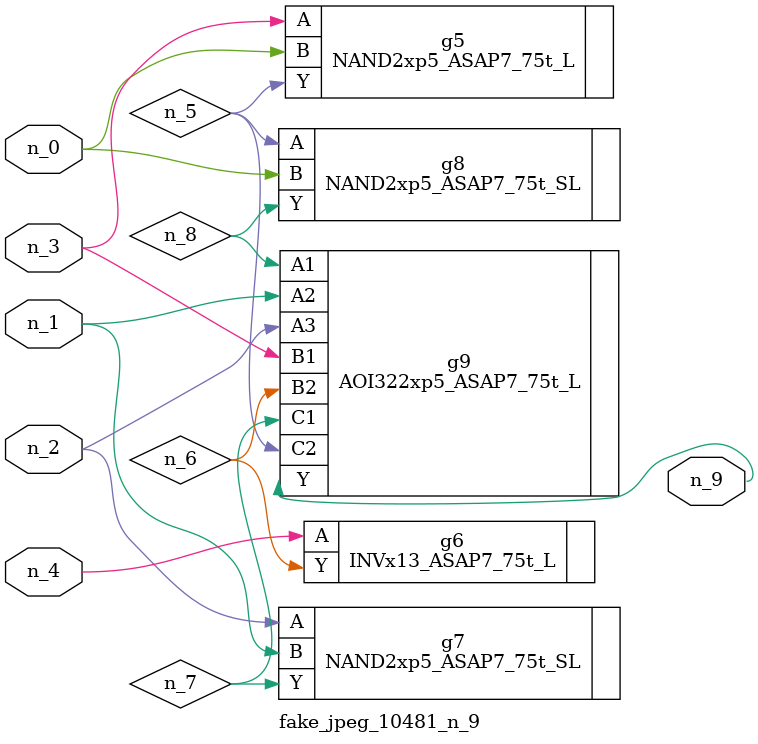
<source format=v>
module fake_jpeg_10481_n_9 (n_3, n_2, n_1, n_0, n_4, n_9);

input n_3;
input n_2;
input n_1;
input n_0;
input n_4;

output n_9;

wire n_8;
wire n_6;
wire n_5;
wire n_7;

NAND2xp5_ASAP7_75t_L g5 ( 
.A(n_3),
.B(n_0),
.Y(n_5)
);

INVx13_ASAP7_75t_L g6 ( 
.A(n_4),
.Y(n_6)
);

NAND2xp5_ASAP7_75t_SL g7 ( 
.A(n_2),
.B(n_1),
.Y(n_7)
);

NAND2xp5_ASAP7_75t_SL g8 ( 
.A(n_5),
.B(n_0),
.Y(n_8)
);

AOI322xp5_ASAP7_75t_L g9 ( 
.A1(n_8),
.A2(n_1),
.A3(n_2),
.B1(n_3),
.B2(n_6),
.C1(n_7),
.C2(n_5),
.Y(n_9)
);


endmodule
</source>
